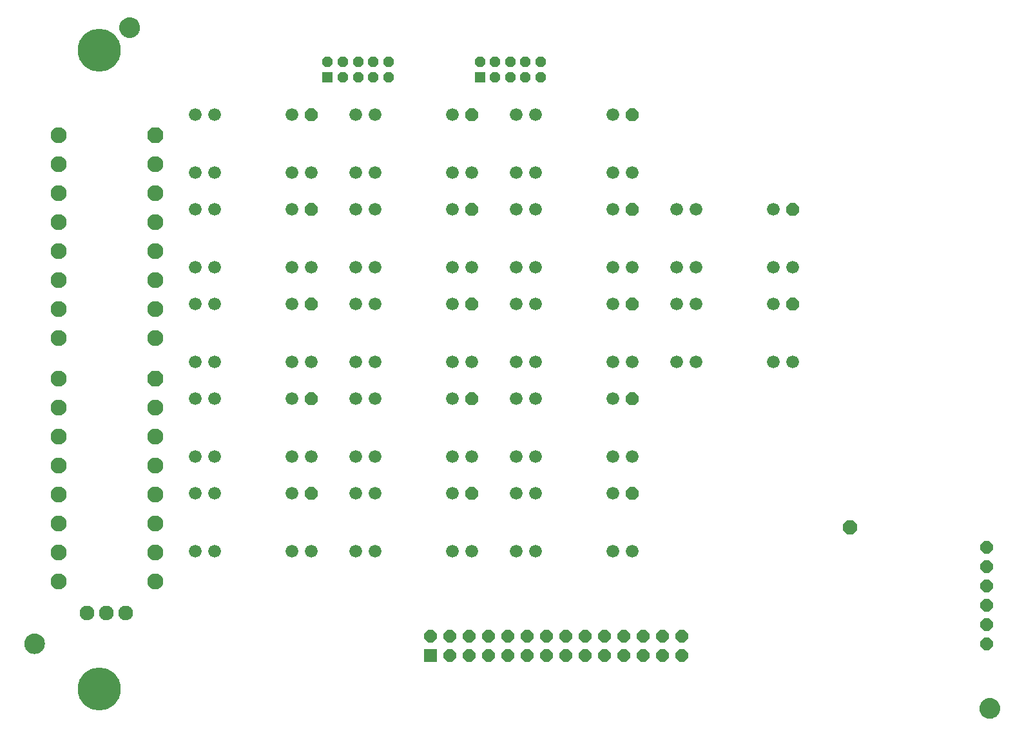
<source format=gbs>
G75*
%MOIN*%
%OFA0B0*%
%FSLAX25Y25*%
%IPPOS*%
%LPD*%
%AMOC8*
5,1,8,0,0,1.08239X$1,22.5*
%
%ADD10C,0.13198*%
%ADD11OC8,0.06506*%
%ADD12R,0.06506X0.06506*%
%ADD13OC8,0.08277*%
%ADD14C,0.08277*%
%ADD15C,0.00500*%
%ADD16OC8,0.07096*%
%ADD17R,0.05324X0.05324*%
%ADD18OC8,0.05324*%
%ADD19OC8,0.06600*%
%ADD20C,0.06600*%
%ADD21C,0.07600*%
%ADD22C,0.22254*%
D10*
X0137995Y0050469D03*
X0137995Y0381177D03*
D11*
X0309333Y0078028D03*
X0319333Y0078028D03*
X0329333Y0078028D03*
X0339333Y0078028D03*
X0349333Y0078028D03*
X0359333Y0078028D03*
X0369333Y0078028D03*
X0379333Y0078028D03*
X0389333Y0078028D03*
X0399333Y0078028D03*
X0409333Y0078028D03*
X0419333Y0078028D03*
X0429333Y0078028D03*
X0439333Y0078028D03*
X0439333Y0068028D03*
X0429333Y0068028D03*
X0419333Y0068028D03*
X0409333Y0068028D03*
X0399333Y0068028D03*
X0389333Y0068028D03*
X0379333Y0068028D03*
X0369333Y0068028D03*
X0359333Y0068028D03*
X0349333Y0068028D03*
X0339333Y0068028D03*
X0329333Y0068028D03*
X0319333Y0068028D03*
X0596938Y0074065D03*
X0596938Y0084065D03*
X0596938Y0094065D03*
X0596938Y0104065D03*
X0596938Y0114065D03*
X0596938Y0124065D03*
D12*
X0309333Y0068028D03*
D13*
X0166932Y0211236D03*
X0166932Y0337220D03*
D14*
X0166932Y0322220D03*
X0166932Y0307220D03*
X0166932Y0292220D03*
X0166932Y0277220D03*
X0166932Y0262220D03*
X0166932Y0247220D03*
X0166932Y0232220D03*
X0166932Y0196236D03*
X0166932Y0181236D03*
X0166932Y0166236D03*
X0166932Y0151236D03*
X0166932Y0136236D03*
X0166932Y0121236D03*
X0166932Y0106236D03*
X0116932Y0106236D03*
X0116932Y0121236D03*
X0116932Y0136236D03*
X0116932Y0151236D03*
X0116932Y0166236D03*
X0116932Y0181236D03*
X0116932Y0196236D03*
X0116932Y0211236D03*
X0116932Y0232220D03*
X0116932Y0247220D03*
X0116932Y0262220D03*
X0116932Y0277220D03*
X0116932Y0292220D03*
X0116932Y0307220D03*
X0116932Y0322220D03*
X0116932Y0337220D03*
D15*
X0100700Y0070877D02*
X0101316Y0070260D01*
X0102030Y0069760D01*
X0102820Y0069392D01*
X0103662Y0069167D01*
X0104530Y0069091D01*
X0105398Y0069167D01*
X0106240Y0069392D01*
X0107030Y0069760D01*
X0107744Y0070260D01*
X0108360Y0070877D01*
X0108860Y0071591D01*
X0109229Y0072380D01*
X0109454Y0073222D01*
X0109530Y0074091D01*
X0109454Y0074959D01*
X0109229Y0075801D01*
X0108860Y0076591D01*
X0108360Y0077304D01*
X0107744Y0077921D01*
X0107030Y0078421D01*
X0106240Y0078789D01*
X0105398Y0079015D01*
X0104530Y0079091D01*
X0103662Y0079015D01*
X0102820Y0078789D01*
X0102030Y0078421D01*
X0101316Y0077921D01*
X0100700Y0077304D01*
X0100200Y0076591D01*
X0099832Y0075801D01*
X0099606Y0074959D01*
X0099530Y0074091D01*
X0099606Y0073222D01*
X0099832Y0072380D01*
X0100200Y0071591D01*
X0100700Y0070877D01*
X0100887Y0070690D02*
X0108174Y0070690D01*
X0108579Y0071188D02*
X0100482Y0071188D01*
X0100155Y0071687D02*
X0108905Y0071687D01*
X0109138Y0072185D02*
X0099923Y0072185D01*
X0099750Y0072684D02*
X0109310Y0072684D01*
X0109444Y0073182D02*
X0099617Y0073182D01*
X0099566Y0073681D02*
X0109494Y0073681D01*
X0109522Y0074179D02*
X0099538Y0074179D01*
X0099582Y0074678D02*
X0109479Y0074678D01*
X0109396Y0075177D02*
X0099664Y0075177D01*
X0099798Y0075675D02*
X0109262Y0075675D01*
X0109055Y0076174D02*
X0100006Y0076174D01*
X0100257Y0076672D02*
X0108803Y0076672D01*
X0108454Y0077171D02*
X0100606Y0077171D01*
X0101065Y0077669D02*
X0107996Y0077669D01*
X0107392Y0078168D02*
X0101669Y0078168D01*
X0102556Y0078666D02*
X0106504Y0078666D01*
X0107646Y0070191D02*
X0101415Y0070191D01*
X0102175Y0069693D02*
X0106885Y0069693D01*
X0105502Y0069194D02*
X0103558Y0069194D01*
X0152875Y0388064D02*
X0152033Y0388290D01*
X0151243Y0388658D01*
X0150529Y0389158D01*
X0149913Y0389774D01*
X0149413Y0390488D01*
X0149044Y0391278D01*
X0148819Y0392120D01*
X0148743Y0392988D01*
X0148819Y0393856D01*
X0149044Y0394698D01*
X0149413Y0395488D01*
X0149913Y0396202D01*
X0150529Y0396818D01*
X0151243Y0397318D01*
X0152033Y0397687D01*
X0152875Y0397912D01*
X0153743Y0397988D01*
X0154611Y0397912D01*
X0155453Y0397687D01*
X0156243Y0397318D01*
X0156957Y0396818D01*
X0157573Y0396202D01*
X0158073Y0395488D01*
X0158441Y0394698D01*
X0158667Y0393856D01*
X0158743Y0392988D01*
X0158667Y0392120D01*
X0158441Y0391278D01*
X0158073Y0390488D01*
X0157573Y0389774D01*
X0156957Y0389158D01*
X0156243Y0388658D01*
X0155453Y0388290D01*
X0154611Y0388064D01*
X0153743Y0387988D01*
X0152875Y0388064D01*
X0152212Y0388242D02*
X0155273Y0388242D01*
X0156360Y0388740D02*
X0151126Y0388740D01*
X0150448Y0389239D02*
X0157037Y0389239D01*
X0157536Y0389737D02*
X0149950Y0389737D01*
X0149589Y0390236D02*
X0157896Y0390236D01*
X0158188Y0390734D02*
X0149298Y0390734D01*
X0149065Y0391233D02*
X0158420Y0391233D01*
X0158563Y0391731D02*
X0148923Y0391731D01*
X0148809Y0392230D02*
X0158676Y0392230D01*
X0158720Y0392728D02*
X0148766Y0392728D01*
X0148764Y0393227D02*
X0158722Y0393227D01*
X0158678Y0393725D02*
X0148807Y0393725D01*
X0148917Y0394224D02*
X0158568Y0394224D01*
X0158430Y0394722D02*
X0149055Y0394722D01*
X0149288Y0395221D02*
X0158198Y0395221D01*
X0157911Y0395719D02*
X0149574Y0395719D01*
X0149928Y0396218D02*
X0157557Y0396218D01*
X0157059Y0396716D02*
X0150427Y0396716D01*
X0151095Y0397215D02*
X0156391Y0397215D01*
X0155353Y0397713D02*
X0152132Y0397713D01*
X0594794Y0043840D02*
X0595411Y0044456D01*
X0596125Y0044956D01*
X0596915Y0045324D01*
X0597756Y0045550D01*
X0598625Y0045626D01*
X0599493Y0045550D01*
X0600335Y0045324D01*
X0601125Y0044956D01*
X0601839Y0044456D01*
X0602455Y0043840D01*
X0602955Y0043126D01*
X0603323Y0042336D01*
X0603549Y0041494D01*
X0603625Y0040626D01*
X0603549Y0039758D01*
X0603323Y0038916D01*
X0602955Y0038126D01*
X0602455Y0037412D01*
X0601839Y0036796D01*
X0601125Y0036296D01*
X0600335Y0035928D01*
X0599493Y0035702D01*
X0598625Y0035626D01*
X0597756Y0035702D01*
X0596915Y0035928D01*
X0596125Y0036296D01*
X0595411Y0036796D01*
X0594794Y0037412D01*
X0594295Y0038126D01*
X0593926Y0038916D01*
X0593701Y0039758D01*
X0593625Y0040626D01*
X0593701Y0041494D01*
X0593926Y0042336D01*
X0594295Y0043126D01*
X0594794Y0043840D01*
X0594746Y0043770D02*
X0602504Y0043770D01*
X0602853Y0043272D02*
X0594397Y0043272D01*
X0594130Y0042773D02*
X0603119Y0042773D01*
X0603340Y0042275D02*
X0593910Y0042275D01*
X0593776Y0041776D02*
X0603473Y0041776D01*
X0603568Y0041278D02*
X0593682Y0041278D01*
X0593638Y0040779D02*
X0603611Y0040779D01*
X0603594Y0040281D02*
X0593655Y0040281D01*
X0593698Y0039782D02*
X0603551Y0039782D01*
X0603422Y0039284D02*
X0593828Y0039284D01*
X0593987Y0038785D02*
X0603262Y0038785D01*
X0603030Y0038287D02*
X0594220Y0038287D01*
X0594531Y0037788D02*
X0602718Y0037788D01*
X0602332Y0037290D02*
X0594917Y0037290D01*
X0595417Y0036791D02*
X0601832Y0036791D01*
X0601118Y0036293D02*
X0596132Y0036293D01*
X0597412Y0035794D02*
X0599837Y0035794D01*
X0602026Y0044269D02*
X0595223Y0044269D01*
X0595855Y0044767D02*
X0601394Y0044767D01*
X0600460Y0045266D02*
X0596789Y0045266D01*
D16*
X0526438Y0134365D03*
D17*
X0334845Y0367398D03*
X0256105Y0367398D03*
D18*
X0263979Y0367398D03*
X0271853Y0367398D03*
X0279727Y0367398D03*
X0279727Y0375272D03*
X0271853Y0375272D03*
X0263979Y0375272D03*
X0256105Y0375272D03*
X0287601Y0375272D03*
X0287601Y0367398D03*
X0334845Y0375272D03*
X0342719Y0375272D03*
X0350593Y0375272D03*
X0358467Y0375272D03*
X0366341Y0375272D03*
X0366341Y0367398D03*
X0358467Y0367398D03*
X0350593Y0367398D03*
X0342719Y0367398D03*
D19*
X0330688Y0347815D03*
X0330688Y0298815D03*
X0330688Y0249815D03*
X0330688Y0200815D03*
X0330688Y0151815D03*
X0413688Y0151815D03*
X0413688Y0200815D03*
X0413688Y0249815D03*
X0413688Y0298815D03*
X0413688Y0347815D03*
X0496688Y0298815D03*
X0496688Y0249815D03*
X0247688Y0249815D03*
X0247688Y0298815D03*
X0247688Y0347815D03*
X0247688Y0200815D03*
X0247688Y0151815D03*
D20*
X0237688Y0151815D03*
X0237688Y0170815D03*
X0247688Y0170815D03*
X0270688Y0170815D03*
X0280688Y0170815D03*
X0280688Y0151815D03*
X0270688Y0151815D03*
X0270688Y0121815D03*
X0280688Y0121815D03*
X0247688Y0121815D03*
X0237688Y0121815D03*
X0197688Y0121815D03*
X0187688Y0121815D03*
X0187688Y0151815D03*
X0197688Y0151815D03*
X0197688Y0170815D03*
X0187688Y0170815D03*
X0187688Y0200815D03*
X0197688Y0200815D03*
X0197688Y0219815D03*
X0187688Y0219815D03*
X0187688Y0249815D03*
X0197688Y0249815D03*
X0197688Y0268815D03*
X0187688Y0268815D03*
X0187688Y0298815D03*
X0197688Y0298815D03*
X0197688Y0317815D03*
X0187688Y0317815D03*
X0187688Y0347815D03*
X0197688Y0347815D03*
X0237688Y0347815D03*
X0270688Y0347815D03*
X0280688Y0347815D03*
X0280688Y0317815D03*
X0270688Y0317815D03*
X0270688Y0298815D03*
X0280688Y0298815D03*
X0247688Y0317815D03*
X0237688Y0317815D03*
X0237688Y0298815D03*
X0237688Y0268815D03*
X0247688Y0268815D03*
X0237688Y0249815D03*
X0270688Y0249815D03*
X0280688Y0249815D03*
X0280688Y0268815D03*
X0270688Y0268815D03*
X0320688Y0268815D03*
X0330688Y0268815D03*
X0320688Y0249815D03*
X0353688Y0249815D03*
X0363688Y0249815D03*
X0363688Y0268815D03*
X0353688Y0268815D03*
X0353688Y0298815D03*
X0363688Y0298815D03*
X0363688Y0317815D03*
X0353688Y0317815D03*
X0330688Y0317815D03*
X0320688Y0317815D03*
X0320688Y0298815D03*
X0320688Y0347815D03*
X0353688Y0347815D03*
X0363688Y0347815D03*
X0403688Y0347815D03*
X0403688Y0317815D03*
X0413688Y0317815D03*
X0403688Y0298815D03*
X0436688Y0298815D03*
X0446688Y0298815D03*
X0446688Y0268815D03*
X0436688Y0268815D03*
X0436688Y0249815D03*
X0446688Y0249815D03*
X0413688Y0268815D03*
X0403688Y0268815D03*
X0403688Y0249815D03*
X0403688Y0219815D03*
X0413688Y0219815D03*
X0403688Y0200815D03*
X0436688Y0219815D03*
X0446688Y0219815D03*
X0486688Y0219815D03*
X0496688Y0219815D03*
X0486688Y0249815D03*
X0486688Y0268815D03*
X0496688Y0268815D03*
X0486688Y0298815D03*
X0363688Y0219815D03*
X0353688Y0219815D03*
X0353688Y0200815D03*
X0363688Y0200815D03*
X0330688Y0219815D03*
X0320688Y0219815D03*
X0320688Y0200815D03*
X0320688Y0170815D03*
X0330688Y0170815D03*
X0320688Y0151815D03*
X0353688Y0151815D03*
X0363688Y0151815D03*
X0363688Y0170815D03*
X0353688Y0170815D03*
X0403688Y0170815D03*
X0413688Y0170815D03*
X0403688Y0151815D03*
X0403688Y0121815D03*
X0413688Y0121815D03*
X0363688Y0121815D03*
X0353688Y0121815D03*
X0330688Y0121815D03*
X0320688Y0121815D03*
X0280688Y0200815D03*
X0270688Y0200815D03*
X0270688Y0219815D03*
X0280688Y0219815D03*
X0247688Y0219815D03*
X0237688Y0219815D03*
X0237688Y0200815D03*
D21*
X0151738Y0089815D03*
X0141738Y0089815D03*
X0131738Y0089815D03*
D22*
X0137995Y0050469D03*
X0137995Y0381177D03*
M02*

</source>
